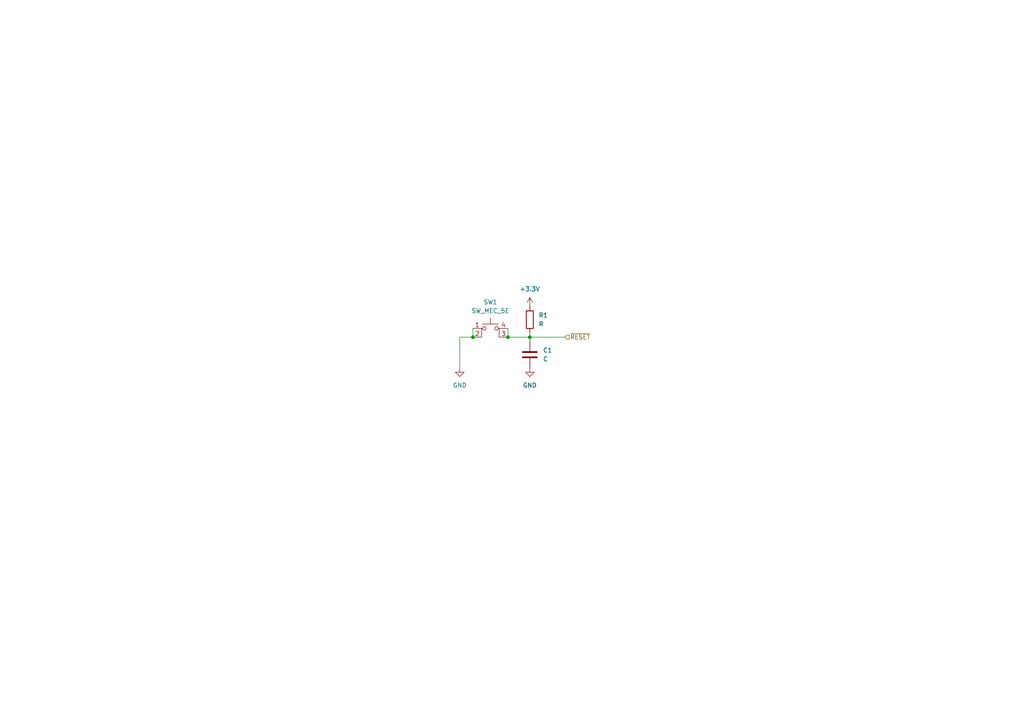
<source format=kicad_sch>
(kicad_sch (version 20231120) (generator "eeschema") (generator_version "8.0")
  (paper "A4")
  (lib_symbols
    (symbol "Device:C" (pin_numbers hide) (pin_names (offset 0.254))
      (property "Reference" "C" (at 0.635 2.54 0))
      (property "Value" "C" (at 0.635 -2.54 0))
      (symbol "C_0_1"
        (polyline (pts (xy -2.032 -0.762) (xy 2.032 -0.762)) (stroke (width 0.508)))
        (polyline (pts (xy -2.032 0.762) (xy 2.032 0.762)) (stroke (width 0.508)))
      )
      (symbol "C_1_1"
        (pin passive line (at 0 3.81 270) (length 2.794) (name "~") (number "1"))
        (pin passive line (at 0 -3.81 90) (length 2.794) (name "~") (number "2"))
      )
    )
    (symbol "Device:R" (pin_numbers hide) (pin_names (offset 0))
      (property "Reference" "R" (at 2.032 0 90))
      (property "Value" "R" (at 0 0 90))
      (symbol "R_0_1"
        (rectangle (start -1.016 -2.54) (end 1.016 2.54) (stroke (width 0.254)))
      )
      (symbol "R_1_1"
        (pin passive line (at 0 3.81 270) (length 1.27) (name "~") (number "1"))
        (pin passive line (at 0 -3.81 90) (length 1.27) (name "~") (number "2"))
      )
    )
    (symbol "Switch:SW_MEC_5E" (pin_names (offset 1.016) hide)
      (property "Reference" "SW" (at 0.635 5.715 0))
      (property "Value" "SW_MEC_5E" (at 0 -3.175 0))
      (symbol "SW_MEC_5E_0_1"
        (circle (center -1.778 2.54) (radius 0.508))
        (polyline (pts (xy -2.286 3.81) (xy 2.286 3.81)))
        (polyline (pts (xy 0 3.81) (xy 0 5.588)))
        (polyline (pts (xy -2.54 0) (xy -2.54 2.54) (xy -2.286 2.54)))
        (polyline (pts (xy 2.54 0) (xy 2.54 2.54) (xy 2.286 2.54)))
        (circle (center 1.778 2.54) (radius 0.508))
        (pin passive line (at -5.08 2.54 0) (length 2.54) (name "1") (number "1"))
        (pin passive line (at -5.08 0 0) (length 2.54) (name "2") (number "2"))
        (pin passive line (at 5.08 0 180) (length 2.54) (name "K") (number "3"))
        (pin passive line (at 5.08 2.54 180) (length 2.54) (name "A") (number "4"))
      )
    )
    (symbol "power:+3.3V" (power) (pin_numbers hide) (pin_names (offset 0) hide)
      (property "Value" "+3.3V" (at 0 3.556 0))
      (symbol "+3.3V_0_1"
        (polyline (pts (xy -0.762 1.27) (xy 0 2.54)))
        (polyline (pts (xy 0 0) (xy 0 2.54)))
        (polyline (pts (xy 0 2.54) (xy 0.762 1.27)))
      )
      (symbol "+3.3V_1_1"
        (pin power_in line (at 0 0 90) (length 0) (name "~") (number "1"))
      )
    )
    (symbol "power:GND" (power) (pin_numbers hide) (pin_names (offset 0) hide)
      (property "Value" "GND" (at 0 -3.81 0))
      (symbol "GND_0_1"
        (polyline (pts (xy 0 0) (xy 0 -1.27) (xy 1.27 -1.27) (xy 0 -2.54) (xy -1.27 -1.27) (xy 0 -1.27)))
      )
      (symbol "GND_1_1"
        (pin power_in line (at 0 0 270) (length 0) (name "~") (number "1"))
      )
    )
  )
  (junction (at 153.67 97.79))
  (junction (at 137.16 97.79))
  (junction (at 147.32 97.79))
  (wire (pts (xy 153.67 97.79) (xy 153.67 99.06)))
  (wire (pts (xy 137.16 95.25) (xy 137.16 97.79)))
  (wire (pts (xy 133.35 106.68) (xy 133.35 97.79)))
  (wire (pts (xy 147.32 95.25) (xy 147.32 97.79)))
  (wire (pts (xy 147.32 97.79) (xy 153.67 97.79)))
  (wire (pts (xy 153.67 97.79) (xy 163.83 97.79)))
  (wire (pts (xy 133.35 97.79) (xy 137.16 97.79)))
  (wire (pts (xy 153.67 97.79) (xy 153.67 96.52)))
  (hierarchical_label "~{RESET}" (shape input) (at 163.83 97.79 0))
  (symbol (lib_id "power:+3.3V") (at 153.67 88.9 0) (unit 1)
    (property "Reference" "#PWR03" (effects (hide yes)))
    (property "Value" "+3.3V" (at 153.67 83.82 0))
    (property "Description" "Power symbol creates a global label with name \"+3.3V\"" (effects (hide yes)))
  )
  (symbol (lib_id "Device:C") (at 153.67 102.87 0) (unit 1)
    (property "Reference" "C1" (at 157.48 101.5999 0) (effects (justify left)))
    (property "Value" "C" (at 157.48 104.1399 0) (effects (justify left)))
    (property "Description" "Unpolarized capacitor" (effects (hide yes)))
  )
  (symbol (lib_id "Switch:SW_MEC_5E") (at 142.24 97.79 0) (unit 1)
    (property "Reference" "SW1" (at 142.24 87.63 0))
    (property "Value" "SW_MEC_5E" (at 142.24 90.17 0))
    (property "Datasheet" "http://www.apem.com/int/index.php?controller=attachment&id_attachment=1371" (effects (hide yes)))
    (property "Description" "MEC 5E single pole normally-open tactile switch" (effects (hide yes)))
  )
  (symbol (lib_id "Device:R") (at 153.67 92.71 0) (unit 1)
    (property "Reference" "R1" (at 156.21 91.4399 0) (effects (justify left)))
    (property "Value" "R" (at 156.21 93.9799 0) (effects (justify left)))
    (property "Description" "Resistor" (effects (hide yes)))
  )
  (symbol (lib_id "power:GND") (at 153.67 106.68 0) (unit 1)
    (property "Reference" "#PWR02" (effects (hide yes)))
    (property "Value" "GND" (at 153.67 111.76 0))
    (property "Description" "Power symbol creates a global label with name \"GND\" , ground" (effects (hide yes)))
  )
  (symbol (lib_id "power:GND") (at 133.35 106.68 0) (unit 1)
    (property "Reference" "#PWR01" (effects (hide yes)))
    (property "Value" "GND" (at 133.35 111.76 0))
    (property "Description" "Power symbol creates a global label with name \"GND\" , ground" (effects (hide yes)))
  )
)
</source>
